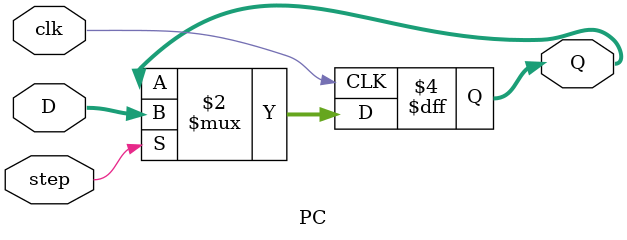
<source format=v>
`timescale 1ns / 1ps


module PC(
    input [3:0] D,
    input clk,step,
    output reg [3:0] Q
    );
    
    always @ (posedge clk)
        begin
            if (step)
                Q <= D;
        end
endmodule

</source>
